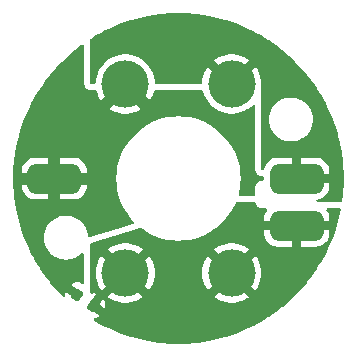
<source format=gbr>
%TF.GenerationSoftware,KiCad,Pcbnew,(6.0.4)*%
%TF.CreationDate,2022-05-31T22:59:13-07:00*%
%TF.ProjectId,VP_SPEAKER_ADAPTER,56505f53-5045-4414-9b45-525f41444150,rev?*%
%TF.SameCoordinates,Original*%
%TF.FileFunction,Copper,L2,Bot*%
%TF.FilePolarity,Positive*%
%FSLAX46Y46*%
G04 Gerber Fmt 4.6, Leading zero omitted, Abs format (unit mm)*
G04 Created by KiCad (PCBNEW (6.0.4)) date 2022-05-31 22:59:13*
%MOMM*%
%LPD*%
G01*
G04 APERTURE LIST*
G04 Aperture macros list*
%AMRoundRect*
0 Rectangle with rounded corners*
0 $1 Rounding radius*
0 $2 $3 $4 $5 $6 $7 $8 $9 X,Y pos of 4 corners*
0 Add a 4 corners polygon primitive as box body*
4,1,4,$2,$3,$4,$5,$6,$7,$8,$9,$2,$3,0*
0 Add four circle primitives for the rounded corners*
1,1,$1+$1,$2,$3*
1,1,$1+$1,$4,$5*
1,1,$1+$1,$6,$7*
1,1,$1+$1,$8,$9*
0 Add four rect primitives between the rounded corners*
20,1,$1+$1,$2,$3,$4,$5,0*
20,1,$1+$1,$4,$5,$6,$7,0*
20,1,$1+$1,$6,$7,$8,$9,0*
20,1,$1+$1,$8,$9,$2,$3,0*%
G04 Aperture macros list end*
%TA.AperFunction,SMDPad,CuDef*%
%ADD10C,4.000000*%
%TD*%
%TA.AperFunction,SMDPad,CuDef*%
%ADD11RoundRect,0.625000X1.625000X0.625000X-1.625000X0.625000X-1.625000X-0.625000X1.625000X-0.625000X0*%
%TD*%
%TA.AperFunction,SMDPad,CuDef*%
%ADD12RoundRect,0.200000X-0.321564X-0.110552X0.006097X-0.339982X0.321564X0.110552X-0.006097X0.339982X0*%
%TD*%
%TA.AperFunction,ViaPad*%
%ADD13C,0.800000*%
%TD*%
G04 APERTURE END LIST*
D10*
%TO.P,J7,1,Pin_1*%
%TO.N,GND*%
X165500000Y-92000000D03*
%TD*%
%TO.P,J9,1,Pin_1*%
%TO.N,/RIGHT-*%
X174500000Y-108000000D03*
%TD*%
D11*
%TO.P,J10,1,Pin_1*%
%TO.N,/RIGHT+*%
X180000000Y-100000000D03*
%TO.P,J10,2,Pin_2*%
%TO.N,/RIGHT-*%
X180000000Y-104000000D03*
%TD*%
D12*
%TO.P,R2,1*%
%TO.N,GND*%
X161424200Y-109826799D03*
%TO.P,R2,2*%
%TO.N,/RIGHT-*%
X162775800Y-110773201D03*
%TD*%
D10*
%TO.P,J6,1,Pin_1*%
%TO.N,/RIGHT+*%
X174500000Y-92000000D03*
%TD*%
D11*
%TO.P,J12,1,Pin_1*%
%TO.N,GND*%
X159500000Y-100000000D03*
%TD*%
D10*
%TO.P,J8,1,Pin_1*%
%TO.N,/RIGHT-*%
X165500000Y-108000000D03*
%TD*%
D13*
%TO.N,GND*%
X164500000Y-103000000D03*
X159500000Y-93500000D03*
%TD*%
%TA.AperFunction,Conductor*%
%TO.N,GND*%
G36*
X161925312Y-88667402D02*
G01*
X161973441Y-88719596D01*
X161986500Y-88775455D01*
X161986500Y-91874000D01*
X161998234Y-91983149D01*
X162009620Y-92035491D01*
X162044290Y-92139657D01*
X162123308Y-92262612D01*
X162169801Y-92316268D01*
X162173194Y-92319208D01*
X162273450Y-92406081D01*
X162273453Y-92406083D01*
X162280261Y-92411982D01*
X162413210Y-92472698D01*
X162436964Y-92479673D01*
X162477008Y-92491431D01*
X162477012Y-92491432D01*
X162481331Y-92492700D01*
X162485780Y-92493340D01*
X162485786Y-92493341D01*
X162621553Y-92512861D01*
X162621558Y-92512861D01*
X162626000Y-92513500D01*
X162868218Y-92513500D01*
X162871073Y-92513238D01*
X162871081Y-92513238D01*
X162927852Y-92508035D01*
X162997514Y-92521737D01*
X163048710Y-92570925D01*
X163063119Y-92609897D01*
X163065249Y-92621062D01*
X163067213Y-92628711D01*
X163162284Y-92921309D01*
X163165199Y-92928672D01*
X163296189Y-93207041D01*
X163300001Y-93213974D01*
X163394187Y-93362388D01*
X163404793Y-93371685D01*
X163414066Y-93367514D01*
X165410905Y-91370675D01*
X165473217Y-91336649D01*
X165544032Y-91341714D01*
X165589095Y-91370675D01*
X167583293Y-93364873D01*
X167595673Y-93371633D01*
X167603813Y-93365540D01*
X167699999Y-93213974D01*
X167703811Y-93207041D01*
X167834801Y-92928672D01*
X167837716Y-92921309D01*
X167932783Y-92628723D01*
X167934752Y-92621054D01*
X167937425Y-92607040D01*
X167969836Y-92543873D01*
X168031252Y-92508256D01*
X168079126Y-92505930D01*
X168127323Y-92512860D01*
X168127338Y-92512861D01*
X168131782Y-92513500D01*
X171868719Y-92513500D01*
X171871574Y-92513238D01*
X171871582Y-92513238D01*
X171927361Y-92508126D01*
X171997023Y-92521828D01*
X172048219Y-92571017D01*
X172062628Y-92609990D01*
X172065505Y-92625072D01*
X172163044Y-92925266D01*
X172164731Y-92928852D01*
X172164733Y-92928856D01*
X172295750Y-93207283D01*
X172295754Y-93207290D01*
X172297438Y-93210869D01*
X172466568Y-93477375D01*
X172667767Y-93720582D01*
X172670657Y-93723296D01*
X172670658Y-93723297D01*
X172706999Y-93757423D01*
X172897860Y-93936654D01*
X173153221Y-94122184D01*
X173156690Y-94124091D01*
X173156693Y-94124093D01*
X173426352Y-94272340D01*
X173429821Y-94274247D01*
X173433490Y-94275700D01*
X173433495Y-94275702D01*
X173525656Y-94312191D01*
X173723298Y-94390443D01*
X174029025Y-94468940D01*
X174342179Y-94508500D01*
X174657821Y-94508500D01*
X174970975Y-94468940D01*
X175276702Y-94390443D01*
X175474344Y-94312191D01*
X175566505Y-94275702D01*
X175566510Y-94275700D01*
X175570179Y-94274247D01*
X175573648Y-94272340D01*
X175843307Y-94124093D01*
X175843310Y-94124091D01*
X175846779Y-94122184D01*
X176102140Y-93936654D01*
X176105027Y-93933943D01*
X176274247Y-93775035D01*
X176337597Y-93742984D01*
X176408219Y-93750271D01*
X176463690Y-93794582D01*
X176486500Y-93866885D01*
X176486500Y-99193796D01*
X176486509Y-99194274D01*
X176486509Y-99194321D01*
X176486802Y-99210586D01*
X176486832Y-99212249D01*
X176487157Y-99221287D01*
X176488147Y-99239661D01*
X176489225Y-99244607D01*
X176489225Y-99244608D01*
X176494987Y-99271045D01*
X176519269Y-99382466D01*
X176520840Y-99386673D01*
X176520842Y-99386680D01*
X176542531Y-99444762D01*
X176544105Y-99448977D01*
X176614207Y-99577239D01*
X176717597Y-99680547D01*
X176774450Y-99723071D01*
X176778389Y-99725220D01*
X176778394Y-99725223D01*
X176890327Y-99786284D01*
X176902753Y-99793063D01*
X177005563Y-99815386D01*
X177041184Y-99823120D01*
X177041186Y-99823120D01*
X177045583Y-99824075D01*
X177050070Y-99824394D01*
X177050076Y-99824395D01*
X177087102Y-99827028D01*
X177116401Y-99829112D01*
X177116519Y-99829104D01*
X177183581Y-99848768D01*
X177230094Y-99902406D01*
X177241500Y-99954791D01*
X177241500Y-100047938D01*
X177221498Y-100116059D01*
X177167842Y-100162552D01*
X177115500Y-100173938D01*
X177070852Y-100173938D01*
X177036028Y-100178945D01*
X177005034Y-100183401D01*
X177005030Y-100183402D01*
X177000578Y-100184042D01*
X176996266Y-100185308D01*
X176996262Y-100185309D01*
X176871515Y-100221939D01*
X176860343Y-100225219D01*
X176852764Y-100230089D01*
X176852761Y-100230091D01*
X176796379Y-100266326D01*
X176737388Y-100304237D01*
X176683732Y-100350730D01*
X176680792Y-100354123D01*
X176593919Y-100454379D01*
X176593917Y-100454382D01*
X176588018Y-100461190D01*
X176527302Y-100594139D01*
X176507300Y-100662260D01*
X176506660Y-100666709D01*
X176506659Y-100666715D01*
X176487139Y-100802482D01*
X176486500Y-100806929D01*
X176486500Y-101360500D01*
X176466498Y-101428621D01*
X176412842Y-101475114D01*
X176360500Y-101486500D01*
X175213617Y-101486500D01*
X175145496Y-101466498D01*
X175099003Y-101412842D01*
X175088899Y-101342568D01*
X175090604Y-101333229D01*
X175127665Y-101166059D01*
X175183545Y-100913999D01*
X175190097Y-100864236D01*
X175216687Y-100662260D01*
X175243481Y-100458745D01*
X175263510Y-100000000D01*
X175243481Y-99541255D01*
X175183545Y-99086001D01*
X175084160Y-98637703D01*
X175041462Y-98502282D01*
X174946911Y-98202402D01*
X174946908Y-98202394D01*
X174946082Y-98199774D01*
X174770360Y-97775545D01*
X174558333Y-97368245D01*
X174311615Y-96980975D01*
X174032083Y-96616681D01*
X173721864Y-96278136D01*
X173383319Y-95967917D01*
X173381157Y-95966258D01*
X173381151Y-95966253D01*
X173153987Y-95791945D01*
X173019025Y-95688385D01*
X172631755Y-95441667D01*
X172224455Y-95229640D01*
X171800226Y-95053918D01*
X171797606Y-95053092D01*
X171797598Y-95053089D01*
X171364927Y-94916669D01*
X171364922Y-94916668D01*
X171362297Y-94915840D01*
X170913999Y-94816455D01*
X170911279Y-94816097D01*
X170911274Y-94816096D01*
X170722854Y-94791290D01*
X170458745Y-94756519D01*
X170000000Y-94736490D01*
X169541255Y-94756519D01*
X169277146Y-94791290D01*
X169088726Y-94816096D01*
X169088721Y-94816097D01*
X169086001Y-94816455D01*
X168637703Y-94915840D01*
X168635078Y-94916668D01*
X168635073Y-94916669D01*
X168202402Y-95053089D01*
X168202394Y-95053092D01*
X168199774Y-95053918D01*
X167775545Y-95229640D01*
X167368245Y-95441667D01*
X166980975Y-95688385D01*
X166846013Y-95791945D01*
X166618849Y-95966253D01*
X166618843Y-95966258D01*
X166616681Y-95967917D01*
X166278136Y-96278136D01*
X165967917Y-96616681D01*
X165688385Y-96980975D01*
X165441667Y-97368245D01*
X165229640Y-97775545D01*
X165053918Y-98199774D01*
X165053092Y-98202394D01*
X165053089Y-98202402D01*
X164958538Y-98502282D01*
X164915840Y-98637703D01*
X164816455Y-99086001D01*
X164756519Y-99541255D01*
X164742307Y-99866771D01*
X164736490Y-100000000D01*
X164756519Y-100458745D01*
X164783313Y-100662260D01*
X164809904Y-100864236D01*
X164816455Y-100913999D01*
X164915840Y-101362297D01*
X164916668Y-101364922D01*
X164916669Y-101364927D01*
X165048484Y-101782990D01*
X165053918Y-101800226D01*
X165173435Y-102088765D01*
X165227436Y-102219133D01*
X165229640Y-102224455D01*
X165441667Y-102631755D01*
X165688385Y-103019025D01*
X165820424Y-103191102D01*
X165911466Y-103309750D01*
X165967917Y-103383319D01*
X165969768Y-103385339D01*
X166208603Y-103645982D01*
X166239878Y-103709719D01*
X166231729Y-103780246D01*
X166186743Y-103835172D01*
X166152392Y-103851647D01*
X164816345Y-104258270D01*
X162498873Y-104963587D01*
X162427882Y-104964286D01*
X162367781Y-104926492D01*
X162337654Y-104862204D01*
X162336759Y-104855013D01*
X162321376Y-104693783D01*
X162320942Y-104689231D01*
X162275609Y-104503967D01*
X162257922Y-104431688D01*
X162256836Y-104427250D01*
X162155582Y-104177267D01*
X162019302Y-103944518D01*
X161901495Y-103797208D01*
X161853703Y-103737447D01*
X161853702Y-103737445D01*
X161850851Y-103733881D01*
X161653758Y-103549766D01*
X161432151Y-103396032D01*
X161428068Y-103394001D01*
X161428065Y-103393999D01*
X161263173Y-103311967D01*
X161190673Y-103275899D01*
X161186339Y-103274478D01*
X161186336Y-103274477D01*
X160938714Y-103193302D01*
X160938708Y-103193301D01*
X160934381Y-103191882D01*
X160929889Y-103191102D01*
X160672427Y-103146399D01*
X160672419Y-103146398D01*
X160668646Y-103145743D01*
X160657384Y-103145182D01*
X160584989Y-103141578D01*
X160584981Y-103141578D01*
X160583418Y-103141500D01*
X160415055Y-103141500D01*
X160412787Y-103141665D01*
X160412775Y-103141665D01*
X160281683Y-103151177D01*
X160214563Y-103156047D01*
X160210108Y-103157031D01*
X160210105Y-103157031D01*
X159955655Y-103213209D01*
X159955651Y-103213210D01*
X159951195Y-103214194D01*
X159825087Y-103261972D01*
X159703249Y-103308132D01*
X159703246Y-103308133D01*
X159698979Y-103309750D01*
X159463199Y-103440714D01*
X159248794Y-103604343D01*
X159245601Y-103607609D01*
X159245599Y-103607611D01*
X159229146Y-103624442D01*
X159060255Y-103797208D01*
X158901533Y-104015270D01*
X158899411Y-104019304D01*
X158778077Y-104249921D01*
X158778074Y-104249927D01*
X158775952Y-104253961D01*
X158774432Y-104258266D01*
X158774430Y-104258270D01*
X158710393Y-104439606D01*
X158686142Y-104508280D01*
X158633986Y-104772900D01*
X158633759Y-104777453D01*
X158633759Y-104777456D01*
X158621827Y-105017156D01*
X158620576Y-105042277D01*
X158646192Y-105310769D01*
X158710298Y-105572750D01*
X158811552Y-105822733D01*
X158947832Y-106055482D01*
X159116283Y-106266119D01*
X159313376Y-106450234D01*
X159534983Y-106603968D01*
X159539066Y-106605999D01*
X159539069Y-106606001D01*
X159654580Y-106663466D01*
X159776461Y-106724101D01*
X159780795Y-106725522D01*
X159780798Y-106725523D01*
X160028420Y-106806698D01*
X160028426Y-106806699D01*
X160032753Y-106808118D01*
X160037244Y-106808898D01*
X160037245Y-106808898D01*
X160294707Y-106853601D01*
X160294715Y-106853602D01*
X160298488Y-106854257D01*
X160302325Y-106854448D01*
X160382145Y-106858422D01*
X160382153Y-106858422D01*
X160383716Y-106858500D01*
X160552079Y-106858500D01*
X160554347Y-106858335D01*
X160554359Y-106858335D01*
X160685451Y-106848823D01*
X160752571Y-106843953D01*
X160757026Y-106842969D01*
X160757029Y-106842969D01*
X161011479Y-106786791D01*
X161011483Y-106786790D01*
X161015939Y-106785806D01*
X161142047Y-106738028D01*
X161263885Y-106691868D01*
X161263888Y-106691867D01*
X161268155Y-106690250D01*
X161503935Y-106559286D01*
X161718340Y-106395657D01*
X161770402Y-106342400D01*
X161832322Y-106307672D01*
X161903190Y-106311933D01*
X161960505Y-106353832D01*
X161986069Y-106420067D01*
X161986500Y-106430481D01*
X161986500Y-108778463D01*
X161966498Y-108846584D01*
X161912842Y-108893077D01*
X161842568Y-108903181D01*
X161788230Y-108881677D01*
X161780195Y-108876051D01*
X161775332Y-108872968D01*
X161719669Y-108841152D01*
X161707487Y-108835811D01*
X161557758Y-108788313D01*
X161542945Y-108785514D01*
X161387116Y-108775165D01*
X161372051Y-108775980D01*
X161218257Y-108803098D01*
X161203822Y-108807483D01*
X161060933Y-108870505D01*
X161047966Y-108878204D01*
X160924351Y-108973401D01*
X160920556Y-108981973D01*
X160928481Y-108991383D01*
X161878078Y-109656299D01*
X161922406Y-109711756D01*
X161929715Y-109782375D01*
X161909020Y-109831783D01*
X161594700Y-110280677D01*
X161539243Y-110325005D01*
X161468623Y-110332314D01*
X161419216Y-110311619D01*
X160470968Y-109647649D01*
X160456601Y-109642803D01*
X160451732Y-109647732D01*
X160451630Y-109647966D01*
X160404132Y-109797696D01*
X160401333Y-109812509D01*
X160396579Y-109884085D01*
X160372107Y-109950731D01*
X160315488Y-109993565D01*
X160244699Y-109998990D01*
X160184124Y-109967132D01*
X160108909Y-109895756D01*
X160104244Y-109891092D01*
X159983760Y-109764128D01*
X159604551Y-109364524D01*
X159600140Y-109359625D01*
X159161962Y-108846584D01*
X159128712Y-108807654D01*
X159124563Y-108802531D01*
X159113653Y-108788313D01*
X158682633Y-108226596D01*
X158678765Y-108221271D01*
X158267614Y-107623042D01*
X158264021Y-107617510D01*
X158028269Y-107232798D01*
X157884714Y-106998537D01*
X157881440Y-106992866D01*
X157644520Y-106556514D01*
X157535057Y-106354908D01*
X157532062Y-106349030D01*
X157219550Y-105693835D01*
X157216867Y-105687809D01*
X156939073Y-105017156D01*
X156936709Y-105010998D01*
X156760275Y-104512762D01*
X156694390Y-104326708D01*
X156692353Y-104320438D01*
X156671465Y-104249921D01*
X156486184Y-103624425D01*
X156484481Y-103618070D01*
X156481186Y-103604343D01*
X156315014Y-102912187D01*
X156313645Y-102905744D01*
X156237165Y-102493091D01*
X156181359Y-102191988D01*
X156180328Y-102185481D01*
X156166442Y-102080002D01*
X156085579Y-101465791D01*
X156084889Y-101459231D01*
X156046006Y-100965179D01*
X156027932Y-100735526D01*
X156027588Y-100728955D01*
X156027187Y-100713613D01*
X156027087Y-100709807D01*
X156742001Y-100709807D01*
X156742121Y-100713701D01*
X156744790Y-100756893D01*
X156746126Y-100766472D01*
X156790048Y-100967073D01*
X156793695Y-100978432D01*
X156874306Y-101166059D01*
X156880041Y-101176533D01*
X156994669Y-101345522D01*
X157002282Y-101354724D01*
X157146802Y-101498992D01*
X157156015Y-101506587D01*
X157325206Y-101620922D01*
X157335690Y-101626638D01*
X157523450Y-101706918D01*
X157534821Y-101710547D01*
X157735480Y-101754115D01*
X157745100Y-101755437D01*
X157786387Y-101757890D01*
X157790102Y-101758000D01*
X158973885Y-101758000D01*
X158989124Y-101753525D01*
X158990329Y-101752135D01*
X158992000Y-101744452D01*
X158992000Y-101739884D01*
X160008000Y-101739884D01*
X160012475Y-101755123D01*
X160013865Y-101756328D01*
X160021548Y-101757999D01*
X161209807Y-101757999D01*
X161213701Y-101757879D01*
X161256893Y-101755210D01*
X161266472Y-101753874D01*
X161467073Y-101709952D01*
X161478432Y-101706305D01*
X161666059Y-101625694D01*
X161676533Y-101619959D01*
X161845522Y-101505331D01*
X161854724Y-101497718D01*
X161998992Y-101353198D01*
X162006587Y-101343985D01*
X162120922Y-101174794D01*
X162126638Y-101164310D01*
X162206918Y-100976550D01*
X162210547Y-100965179D01*
X162254115Y-100764520D01*
X162255437Y-100754900D01*
X162257890Y-100713613D01*
X162258000Y-100709898D01*
X162258000Y-100526115D01*
X162253525Y-100510876D01*
X162252135Y-100509671D01*
X162244452Y-100508000D01*
X160026115Y-100508000D01*
X160010876Y-100512475D01*
X160009671Y-100513865D01*
X160008000Y-100521548D01*
X160008000Y-101739884D01*
X158992000Y-101739884D01*
X158992000Y-100526115D01*
X158987525Y-100510876D01*
X158986135Y-100509671D01*
X158978452Y-100508000D01*
X156760116Y-100508000D01*
X156744877Y-100512475D01*
X156743672Y-100513865D01*
X156742001Y-100521548D01*
X156742001Y-100709807D01*
X156027087Y-100709807D01*
X156008586Y-100003284D01*
X156008586Y-99996702D01*
X156022277Y-99473885D01*
X156742000Y-99473885D01*
X156746475Y-99489124D01*
X156747865Y-99490329D01*
X156755548Y-99492000D01*
X158973885Y-99492000D01*
X158989124Y-99487525D01*
X158990329Y-99486135D01*
X158992000Y-99478452D01*
X158992000Y-99473885D01*
X160008000Y-99473885D01*
X160012475Y-99489124D01*
X160013865Y-99490329D01*
X160021548Y-99492000D01*
X162239884Y-99492000D01*
X162255123Y-99487525D01*
X162256328Y-99486135D01*
X162257999Y-99478452D01*
X162257999Y-99290194D01*
X162257879Y-99286299D01*
X162255210Y-99243107D01*
X162253874Y-99233528D01*
X162209952Y-99032927D01*
X162206305Y-99021568D01*
X162125694Y-98833941D01*
X162119959Y-98823467D01*
X162005331Y-98654478D01*
X161997718Y-98645276D01*
X161853198Y-98501008D01*
X161843985Y-98493413D01*
X161674794Y-98379078D01*
X161664310Y-98373362D01*
X161476550Y-98293082D01*
X161465179Y-98289453D01*
X161264520Y-98245885D01*
X161254900Y-98244563D01*
X161213613Y-98242110D01*
X161209898Y-98242000D01*
X160026115Y-98242000D01*
X160010876Y-98246475D01*
X160009671Y-98247865D01*
X160008000Y-98255548D01*
X160008000Y-99473885D01*
X158992000Y-99473885D01*
X158992000Y-98260116D01*
X158987525Y-98244877D01*
X158986135Y-98243672D01*
X158978452Y-98242001D01*
X157790194Y-98242001D01*
X157786299Y-98242121D01*
X157743107Y-98244790D01*
X157733528Y-98246126D01*
X157532927Y-98290048D01*
X157521568Y-98293695D01*
X157333941Y-98374306D01*
X157323467Y-98380041D01*
X157154478Y-98494669D01*
X157145276Y-98502282D01*
X157001008Y-98646802D01*
X156993413Y-98656015D01*
X156879078Y-98825206D01*
X156873362Y-98835690D01*
X156793082Y-99023450D01*
X156789453Y-99034821D01*
X156745885Y-99235480D01*
X156744563Y-99245100D01*
X156742110Y-99286387D01*
X156742000Y-99290102D01*
X156742000Y-99473885D01*
X156022277Y-99473885D01*
X156027589Y-99271027D01*
X156027933Y-99264457D01*
X156029457Y-99245100D01*
X156084889Y-98540769D01*
X156085579Y-98534209D01*
X156180328Y-97814519D01*
X156181360Y-97808003D01*
X156276186Y-97296366D01*
X156313647Y-97094246D01*
X156315016Y-97087804D01*
X156340107Y-96983292D01*
X156484485Y-96381913D01*
X156486189Y-96375558D01*
X156514449Y-96280156D01*
X156692354Y-95679558D01*
X156694391Y-95673288D01*
X156936709Y-94989002D01*
X156939073Y-94982844D01*
X157216867Y-94312191D01*
X157219550Y-94306165D01*
X157319248Y-94097144D01*
X164126773Y-94097144D01*
X164135602Y-94108765D01*
X164150287Y-94119434D01*
X164156957Y-94123668D01*
X164426572Y-94271890D01*
X164433707Y-94275247D01*
X164719770Y-94388508D01*
X164727296Y-94390953D01*
X165025279Y-94467462D01*
X165033050Y-94468945D01*
X165338278Y-94507503D01*
X165346169Y-94508000D01*
X165653831Y-94508000D01*
X165661722Y-94507503D01*
X165966950Y-94468945D01*
X165974721Y-94467462D01*
X166272704Y-94390953D01*
X166280230Y-94388508D01*
X166566293Y-94275247D01*
X166573428Y-94271890D01*
X166843043Y-94123668D01*
X166849713Y-94119434D01*
X166864771Y-94108494D01*
X166873194Y-94097570D01*
X166866290Y-94084710D01*
X165512812Y-92731232D01*
X165498868Y-92723618D01*
X165497035Y-92723749D01*
X165490420Y-92728000D01*
X164133386Y-94085034D01*
X164126773Y-94097144D01*
X157319248Y-94097144D01*
X157532062Y-93650970D01*
X157535057Y-93645092D01*
X157696386Y-93347961D01*
X157881440Y-93007134D01*
X157884714Y-93001463D01*
X158249564Y-92406081D01*
X158264021Y-92382490D01*
X158267614Y-92376958D01*
X158487354Y-92057234D01*
X158678774Y-91778717D01*
X158682642Y-91773392D01*
X158701007Y-91749459D01*
X159124565Y-91197466D01*
X159128715Y-91192343D01*
X159447706Y-90818853D01*
X159600143Y-90640372D01*
X159604554Y-90635472D01*
X159834237Y-90393437D01*
X160104247Y-90108905D01*
X160108908Y-90104244D01*
X160114548Y-90098892D01*
X160635476Y-89604551D01*
X160640375Y-89600140D01*
X161192343Y-89128715D01*
X161197469Y-89124563D01*
X161725233Y-88719596D01*
X161773404Y-88682633D01*
X161778722Y-88678771D01*
X161789136Y-88671613D01*
X161856606Y-88649515D01*
X161925312Y-88667402D01*
G37*
%TD.AperFunction*%
%TD*%
%TA.AperFunction,Conductor*%
%TO.N,/RIGHT-*%
G36*
X176475070Y-102020002D02*
G01*
X176521563Y-102073658D01*
X176526501Y-102086210D01*
X176530175Y-102097247D01*
X176544290Y-102139657D01*
X176623308Y-102262612D01*
X176669801Y-102316268D01*
X176673194Y-102319208D01*
X176773450Y-102406081D01*
X176773453Y-102406083D01*
X176780261Y-102411982D01*
X176913210Y-102472698D01*
X176936964Y-102479673D01*
X176977008Y-102491431D01*
X176977012Y-102491432D01*
X176981331Y-102492700D01*
X176985780Y-102493340D01*
X176985786Y-102493341D01*
X177121553Y-102512861D01*
X177121558Y-102512861D01*
X177126000Y-102513500D01*
X177352501Y-102513500D01*
X177420622Y-102533502D01*
X177467115Y-102587158D01*
X177477219Y-102657432D01*
X177456898Y-102710049D01*
X177379078Y-102825206D01*
X177373362Y-102835690D01*
X177293082Y-103023450D01*
X177289453Y-103034821D01*
X177245885Y-103235480D01*
X177244563Y-103245100D01*
X177242110Y-103286387D01*
X177242000Y-103290102D01*
X177242000Y-103600885D01*
X177246475Y-103616124D01*
X177247865Y-103617329D01*
X177255548Y-103619000D01*
X182739884Y-103619000D01*
X182755123Y-103614525D01*
X182756328Y-103613135D01*
X182757999Y-103605452D01*
X182757999Y-103290194D01*
X182757879Y-103286299D01*
X182755210Y-103243107D01*
X182753874Y-103233528D01*
X182709952Y-103032927D01*
X182706305Y-103021568D01*
X182625694Y-102833941D01*
X182619959Y-102823467D01*
X182543149Y-102710231D01*
X182521462Y-102642628D01*
X182539767Y-102574032D01*
X182592252Y-102526221D01*
X182647423Y-102513500D01*
X183607554Y-102513500D01*
X183675675Y-102533502D01*
X183722168Y-102587158D01*
X183731444Y-102662461D01*
X183701282Y-102825206D01*
X183686355Y-102905744D01*
X183684988Y-102912179D01*
X183515519Y-103618070D01*
X183513816Y-103624425D01*
X183310755Y-104309946D01*
X183307647Y-104320438D01*
X183305609Y-104326712D01*
X183063291Y-105010998D01*
X183060927Y-105017156D01*
X182783133Y-105687809D01*
X182780450Y-105693835D01*
X182467938Y-106349030D01*
X182464943Y-106354908D01*
X182375786Y-106519115D01*
X182118560Y-106992866D01*
X182115286Y-106998537D01*
X181839625Y-107448375D01*
X181735979Y-107617510D01*
X181732386Y-107623042D01*
X181471272Y-108002966D01*
X181321235Y-108221271D01*
X181317367Y-108226596D01*
X180875437Y-108802531D01*
X180871285Y-108807657D01*
X180399860Y-109359625D01*
X180395449Y-109364524D01*
X179998422Y-109782904D01*
X179895756Y-109891092D01*
X179891095Y-109895753D01*
X179369263Y-110390953D01*
X179364528Y-110395446D01*
X179359628Y-110399857D01*
X179088220Y-110631662D01*
X178807657Y-110871285D01*
X178802534Y-110875435D01*
X178226596Y-111317367D01*
X178221283Y-111321226D01*
X177824318Y-111594053D01*
X177623042Y-111732386D01*
X177617510Y-111735979D01*
X176998537Y-112115286D01*
X176992866Y-112118560D01*
X176689505Y-112283272D01*
X176354908Y-112464943D01*
X176349030Y-112467938D01*
X175693835Y-112780450D01*
X175687809Y-112783133D01*
X175017156Y-113060927D01*
X175010998Y-113063291D01*
X174326712Y-113305609D01*
X174320442Y-113307646D01*
X173624425Y-113513816D01*
X173618087Y-113515515D01*
X172912187Y-113684986D01*
X172905754Y-113686353D01*
X172191988Y-113818641D01*
X172185490Y-113819671D01*
X171586778Y-113898493D01*
X171465791Y-113914421D01*
X171459231Y-113915111D01*
X171371580Y-113922009D01*
X170735526Y-113972068D01*
X170728973Y-113972411D01*
X170003284Y-113991414D01*
X169996716Y-113991414D01*
X169271027Y-113972411D01*
X169264474Y-113972068D01*
X168628420Y-113922009D01*
X168540769Y-113915111D01*
X168534209Y-113914421D01*
X168413222Y-113898493D01*
X167814510Y-113819671D01*
X167808012Y-113818641D01*
X167094246Y-113686353D01*
X167087813Y-113684986D01*
X166381913Y-113515515D01*
X166375575Y-113513816D01*
X165679558Y-113307646D01*
X165673288Y-113305609D01*
X164989002Y-113063291D01*
X164982844Y-113060927D01*
X164312191Y-112783133D01*
X164306165Y-112780450D01*
X163650970Y-112467938D01*
X163645092Y-112464943D01*
X163310495Y-112283272D01*
X163007134Y-112118560D01*
X163001442Y-112115273D01*
X162877158Y-112039111D01*
X162829527Y-111986464D01*
X162817920Y-111916422D01*
X162846023Y-111851225D01*
X162904914Y-111811571D01*
X162921113Y-111807593D01*
X162981744Y-111796902D01*
X162996178Y-111792517D01*
X163139067Y-111729495D01*
X163152034Y-111721796D01*
X163276489Y-111625951D01*
X163285715Y-111617142D01*
X163291772Y-111603466D01*
X163283844Y-111594053D01*
X162869369Y-111303833D01*
X162869360Y-111303828D01*
X162500000Y-111045199D01*
X162500000Y-110679847D01*
X163311745Y-110679847D01*
X163312194Y-110681634D01*
X163317524Y-110687405D01*
X163719564Y-110968916D01*
X163733929Y-110973761D01*
X163742577Y-110965006D01*
X163743028Y-110964218D01*
X163748370Y-110952034D01*
X163795868Y-110802304D01*
X163798667Y-110787491D01*
X163809016Y-110631662D01*
X163808201Y-110616598D01*
X163781082Y-110462800D01*
X163776698Y-110448371D01*
X163713678Y-110305484D01*
X163705974Y-110292509D01*
X163649735Y-110219481D01*
X163638334Y-110211187D01*
X163631903Y-110214813D01*
X163316821Y-110664798D01*
X163311745Y-110679847D01*
X162500000Y-110679847D01*
X162500000Y-110502831D01*
X162836985Y-110021566D01*
X164022747Y-110021566D01*
X164031576Y-110033186D01*
X164150280Y-110119430D01*
X164156961Y-110123670D01*
X164426572Y-110271890D01*
X164433707Y-110275247D01*
X164719770Y-110388508D01*
X164727296Y-110390953D01*
X165025279Y-110467462D01*
X165033050Y-110468945D01*
X165338278Y-110507503D01*
X165346169Y-110508000D01*
X165653831Y-110508000D01*
X165661722Y-110507503D01*
X165966950Y-110468945D01*
X165974721Y-110467462D01*
X166272704Y-110390953D01*
X166280230Y-110388508D01*
X166566293Y-110275247D01*
X166573428Y-110271890D01*
X166843039Y-110123670D01*
X166849720Y-110119430D01*
X166968797Y-110032916D01*
X166977220Y-110021993D01*
X166976991Y-110021566D01*
X173022747Y-110021566D01*
X173031576Y-110033186D01*
X173150280Y-110119430D01*
X173156961Y-110123670D01*
X173426572Y-110271890D01*
X173433707Y-110275247D01*
X173719770Y-110388508D01*
X173727296Y-110390953D01*
X174025279Y-110467462D01*
X174033050Y-110468945D01*
X174338278Y-110507503D01*
X174346169Y-110508000D01*
X174653831Y-110508000D01*
X174661722Y-110507503D01*
X174966950Y-110468945D01*
X174974721Y-110467462D01*
X175272704Y-110390953D01*
X175280230Y-110388508D01*
X175566293Y-110275247D01*
X175573428Y-110271890D01*
X175843039Y-110123670D01*
X175849720Y-110119430D01*
X175968797Y-110032916D01*
X175977220Y-110021993D01*
X175970316Y-110009132D01*
X174512810Y-108551625D01*
X174498869Y-108544013D01*
X174497034Y-108544144D01*
X174490420Y-108548395D01*
X173029360Y-110009456D01*
X173022747Y-110021566D01*
X166976991Y-110021566D01*
X166970316Y-110009132D01*
X165512810Y-108551625D01*
X165498869Y-108544013D01*
X165497034Y-108544144D01*
X165490420Y-108548395D01*
X164029360Y-110009456D01*
X164022747Y-110021566D01*
X162836985Y-110021566D01*
X163004098Y-109782904D01*
X163008605Y-109769542D01*
X163003223Y-109764491D01*
X162909358Y-109734715D01*
X162894545Y-109731916D01*
X162738716Y-109721567D01*
X162723653Y-109722382D01*
X162647880Y-109735743D01*
X162577320Y-109727874D01*
X162522217Y-109683106D01*
X162500000Y-109611657D01*
X162500000Y-108003958D01*
X162987290Y-108003958D01*
X163006607Y-108310994D01*
X163007600Y-108318855D01*
X163065246Y-108621046D01*
X163067217Y-108628723D01*
X163162284Y-108921309D01*
X163165199Y-108928672D01*
X163296189Y-109207041D01*
X163300001Y-109213974D01*
X163464727Y-109473540D01*
X163475701Y-109480952D01*
X163486439Y-109474745D01*
X164948375Y-108012810D01*
X164954752Y-108001131D01*
X166044013Y-108001131D01*
X166044144Y-108002966D01*
X166048395Y-108009580D01*
X167512459Y-109473643D01*
X167525721Y-109480885D01*
X167534483Y-109474652D01*
X167535151Y-109473733D01*
X167699999Y-109213974D01*
X167703811Y-109207041D01*
X167834801Y-108928672D01*
X167837716Y-108921309D01*
X167932783Y-108628723D01*
X167934754Y-108621046D01*
X167992400Y-108318855D01*
X167993393Y-108310994D01*
X168012710Y-108003958D01*
X171987290Y-108003958D01*
X172006607Y-108310994D01*
X172007600Y-108318855D01*
X172065246Y-108621046D01*
X172067217Y-108628723D01*
X172162284Y-108921309D01*
X172165199Y-108928672D01*
X172296189Y-109207041D01*
X172300001Y-109213974D01*
X172464727Y-109473540D01*
X172475701Y-109480952D01*
X172486439Y-109474745D01*
X173948375Y-108012810D01*
X173954752Y-108001131D01*
X175044013Y-108001131D01*
X175044144Y-108002966D01*
X175048395Y-108009580D01*
X176512459Y-109473643D01*
X176525721Y-109480885D01*
X176534483Y-109474652D01*
X176535151Y-109473733D01*
X176699999Y-109213974D01*
X176703811Y-109207041D01*
X176834801Y-108928672D01*
X176837716Y-108921309D01*
X176932783Y-108628723D01*
X176934754Y-108621046D01*
X176992400Y-108318855D01*
X176993393Y-108310994D01*
X177012710Y-108003958D01*
X177012710Y-107996042D01*
X176993393Y-107689006D01*
X176992400Y-107681145D01*
X176934754Y-107378954D01*
X176932783Y-107371277D01*
X176837716Y-107078691D01*
X176834801Y-107071328D01*
X176703811Y-106792959D01*
X176699999Y-106786026D01*
X176535273Y-106526460D01*
X176524299Y-106519048D01*
X176513561Y-106525255D01*
X175051625Y-107987190D01*
X175044013Y-108001131D01*
X173954752Y-108001131D01*
X173955987Y-107998869D01*
X173955856Y-107997034D01*
X173951605Y-107990420D01*
X172487541Y-106526357D01*
X172474279Y-106519115D01*
X172465517Y-106525348D01*
X172464849Y-106526267D01*
X172300001Y-106786026D01*
X172296189Y-106792959D01*
X172165199Y-107071328D01*
X172162284Y-107078691D01*
X172067217Y-107371277D01*
X172065246Y-107378954D01*
X172007600Y-107681145D01*
X172006607Y-107689006D01*
X171987290Y-107996042D01*
X171987290Y-108003958D01*
X168012710Y-108003958D01*
X168012710Y-107996042D01*
X167993393Y-107689006D01*
X167992400Y-107681145D01*
X167934754Y-107378954D01*
X167932783Y-107371277D01*
X167837716Y-107078691D01*
X167834801Y-107071328D01*
X167703811Y-106792959D01*
X167699999Y-106786026D01*
X167535273Y-106526460D01*
X167524299Y-106519048D01*
X167513561Y-106525255D01*
X166051625Y-107987190D01*
X166044013Y-108001131D01*
X164954752Y-108001131D01*
X164955987Y-107998869D01*
X164955856Y-107997034D01*
X164951605Y-107990420D01*
X163487541Y-106526357D01*
X163474279Y-106519115D01*
X163465517Y-106525348D01*
X163464849Y-106526267D01*
X163300001Y-106786026D01*
X163296189Y-106792959D01*
X163165199Y-107071328D01*
X163162284Y-107078691D01*
X163067217Y-107371277D01*
X163065246Y-107378954D01*
X163007600Y-107681145D01*
X163006607Y-107689006D01*
X162987290Y-107996042D01*
X162987290Y-108003958D01*
X162500000Y-108003958D01*
X162500000Y-105978007D01*
X164022780Y-105978007D01*
X164029684Y-105990868D01*
X165487190Y-107448375D01*
X165501131Y-107455987D01*
X165502966Y-107455856D01*
X165509580Y-107451605D01*
X166970640Y-105990544D01*
X166977253Y-105978434D01*
X166976929Y-105978007D01*
X173022780Y-105978007D01*
X173029684Y-105990868D01*
X174487190Y-107448375D01*
X174501131Y-107455987D01*
X174502966Y-107455856D01*
X174509580Y-107451605D01*
X175970640Y-105990544D01*
X175977253Y-105978434D01*
X175968424Y-105966814D01*
X175849720Y-105880570D01*
X175843039Y-105876330D01*
X175573428Y-105728110D01*
X175566293Y-105724753D01*
X175280230Y-105611492D01*
X175272704Y-105609047D01*
X174974721Y-105532538D01*
X174966950Y-105531055D01*
X174661722Y-105492497D01*
X174653831Y-105492000D01*
X174346169Y-105492000D01*
X174338278Y-105492497D01*
X174033050Y-105531055D01*
X174025279Y-105532538D01*
X173727296Y-105609047D01*
X173719770Y-105611492D01*
X173433707Y-105724753D01*
X173426572Y-105728110D01*
X173156961Y-105876330D01*
X173150280Y-105880570D01*
X173031203Y-105967084D01*
X173022780Y-105978007D01*
X166976929Y-105978007D01*
X166968424Y-105966814D01*
X166849720Y-105880570D01*
X166843039Y-105876330D01*
X166573428Y-105728110D01*
X166566293Y-105724753D01*
X166280230Y-105611492D01*
X166272704Y-105609047D01*
X165974721Y-105532538D01*
X165966950Y-105531055D01*
X165661722Y-105492497D01*
X165653831Y-105492000D01*
X165346169Y-105492000D01*
X165338278Y-105492497D01*
X165033050Y-105531055D01*
X165025279Y-105532538D01*
X164727296Y-105609047D01*
X164719770Y-105611492D01*
X164433707Y-105724753D01*
X164426572Y-105728110D01*
X164156961Y-105876330D01*
X164150280Y-105880570D01*
X164031203Y-105967084D01*
X164022780Y-105978007D01*
X162500000Y-105978007D01*
X162500000Y-105593358D01*
X162520002Y-105525237D01*
X162573658Y-105478744D01*
X162589307Y-105472819D01*
X166755329Y-104204900D01*
X166826322Y-104204201D01*
X166868719Y-104225478D01*
X166980975Y-104311615D01*
X167368245Y-104558333D01*
X167775545Y-104770360D01*
X168199774Y-104946082D01*
X168202394Y-104946908D01*
X168202402Y-104946911D01*
X168635073Y-105083331D01*
X168635078Y-105083332D01*
X168637703Y-105084160D01*
X169086001Y-105183545D01*
X169088721Y-105183903D01*
X169088726Y-105183904D01*
X169258735Y-105206286D01*
X169541255Y-105243481D01*
X170000000Y-105263510D01*
X170458745Y-105243481D01*
X170741265Y-105206286D01*
X170911274Y-105183904D01*
X170911279Y-105183903D01*
X170913999Y-105183545D01*
X171362297Y-105084160D01*
X171364922Y-105083332D01*
X171364927Y-105083331D01*
X171797598Y-104946911D01*
X171797606Y-104946908D01*
X171800226Y-104946082D01*
X172224455Y-104770360D01*
X172340776Y-104709807D01*
X177242001Y-104709807D01*
X177242121Y-104713701D01*
X177244790Y-104756893D01*
X177246126Y-104766472D01*
X177290048Y-104967073D01*
X177293695Y-104978432D01*
X177374306Y-105166059D01*
X177380041Y-105176533D01*
X177494669Y-105345522D01*
X177502282Y-105354724D01*
X177646802Y-105498992D01*
X177656015Y-105506587D01*
X177825206Y-105620922D01*
X177835690Y-105626638D01*
X178023450Y-105706918D01*
X178034821Y-105710547D01*
X178235480Y-105754115D01*
X178245100Y-105755437D01*
X178286387Y-105757890D01*
X178290102Y-105758000D01*
X179600885Y-105758000D01*
X179616124Y-105753525D01*
X179617329Y-105752135D01*
X179619000Y-105744452D01*
X179619000Y-105739884D01*
X180381000Y-105739884D01*
X180385475Y-105755123D01*
X180386865Y-105756328D01*
X180394548Y-105757999D01*
X181709807Y-105757999D01*
X181713701Y-105757879D01*
X181756893Y-105755210D01*
X181766472Y-105753874D01*
X181967073Y-105709952D01*
X181978432Y-105706305D01*
X182166059Y-105625694D01*
X182176533Y-105619959D01*
X182345522Y-105505331D01*
X182354724Y-105497718D01*
X182498992Y-105353198D01*
X182506587Y-105343985D01*
X182620922Y-105174794D01*
X182626638Y-105164310D01*
X182706918Y-104976550D01*
X182710547Y-104965179D01*
X182754115Y-104764520D01*
X182755437Y-104754900D01*
X182757890Y-104713613D01*
X182758000Y-104709898D01*
X182758000Y-104399115D01*
X182753525Y-104383876D01*
X182752135Y-104382671D01*
X182744452Y-104381000D01*
X180399115Y-104381000D01*
X180383876Y-104385475D01*
X180382671Y-104386865D01*
X180381000Y-104394548D01*
X180381000Y-105739884D01*
X179619000Y-105739884D01*
X179619000Y-104399115D01*
X179614525Y-104383876D01*
X179613135Y-104382671D01*
X179605452Y-104381000D01*
X177260116Y-104381000D01*
X177244877Y-104385475D01*
X177243672Y-104386865D01*
X177242001Y-104394548D01*
X177242001Y-104709807D01*
X172340776Y-104709807D01*
X172631755Y-104558333D01*
X173019025Y-104311615D01*
X173329883Y-104073086D01*
X173381151Y-104033747D01*
X173381157Y-104033742D01*
X173383319Y-104032083D01*
X173721864Y-103721864D01*
X174032083Y-103383319D01*
X174311615Y-103019025D01*
X174558333Y-102631755D01*
X174770360Y-102224455D01*
X174772565Y-102219133D01*
X174831114Y-102077782D01*
X174875662Y-102022501D01*
X174947523Y-102000000D01*
X176406949Y-102000000D01*
X176475070Y-102020002D01*
G37*
%TD.AperFunction*%
%TD*%
%TA.AperFunction,Conductor*%
%TO.N,/RIGHT+*%
G36*
X170728973Y-86027589D02*
G01*
X170735526Y-86027932D01*
X171371580Y-86077991D01*
X171459231Y-86084889D01*
X171465793Y-86085579D01*
X172185490Y-86180329D01*
X172191988Y-86181359D01*
X172905754Y-86313647D01*
X172912187Y-86315014D01*
X173618087Y-86484485D01*
X173624425Y-86486184D01*
X174320438Y-86692353D01*
X174326712Y-86694391D01*
X175010998Y-86936709D01*
X175017156Y-86939073D01*
X175687809Y-87216867D01*
X175693835Y-87219550D01*
X176349030Y-87532062D01*
X176354908Y-87535057D01*
X176579056Y-87656759D01*
X176992866Y-87881440D01*
X176998537Y-87884714D01*
X177357976Y-88104978D01*
X177617510Y-88264021D01*
X177623042Y-88267614D01*
X178221283Y-88678774D01*
X178226596Y-88682633D01*
X178759557Y-89091588D01*
X178802531Y-89124563D01*
X178807657Y-89128715D01*
X179359625Y-89600140D01*
X179364524Y-89604551D01*
X179746271Y-89966814D01*
X179891092Y-90104244D01*
X179895753Y-90108905D01*
X180291998Y-90526460D01*
X180395446Y-90635472D01*
X180399857Y-90640372D01*
X180552295Y-90818853D01*
X180871285Y-91192343D01*
X180875435Y-91197466D01*
X181252606Y-91689005D01*
X181317358Y-91773392D01*
X181321226Y-91778717D01*
X181438013Y-91948642D01*
X181732386Y-92376958D01*
X181735979Y-92382490D01*
X182115286Y-93001463D01*
X182118560Y-93007134D01*
X182231863Y-93215812D01*
X182464943Y-93645092D01*
X182467938Y-93650970D01*
X182780450Y-94306165D01*
X182783133Y-94312191D01*
X183060927Y-94982844D01*
X183063291Y-94989002D01*
X183178807Y-95315209D01*
X183241313Y-95491720D01*
X183305609Y-95673288D01*
X183307646Y-95679558D01*
X183481394Y-96266119D01*
X183513811Y-96375558D01*
X183515515Y-96381913D01*
X183664098Y-97000807D01*
X183684984Y-97087804D01*
X183686353Y-97094246D01*
X183723814Y-97296366D01*
X183818640Y-97808003D01*
X183819672Y-97814519D01*
X183914421Y-98534209D01*
X183915111Y-98540769D01*
X183970387Y-99243107D01*
X183972067Y-99264457D01*
X183972411Y-99271027D01*
X183990128Y-99947593D01*
X183991414Y-99996702D01*
X183991414Y-100003284D01*
X183972814Y-100713613D01*
X183972412Y-100728955D01*
X183972068Y-100735526D01*
X183958022Y-100913999D01*
X183915111Y-101459231D01*
X183914421Y-101465791D01*
X183858514Y-101890446D01*
X183829792Y-101955373D01*
X183770526Y-101994465D01*
X183733592Y-102000000D01*
X181806929Y-102000000D01*
X181738808Y-101979998D01*
X181692315Y-101926342D01*
X181682211Y-101856068D01*
X181711705Y-101791488D01*
X181771431Y-101753104D01*
X181779980Y-101750916D01*
X181967073Y-101709952D01*
X181978432Y-101706305D01*
X182166059Y-101625694D01*
X182176533Y-101619959D01*
X182345522Y-101505331D01*
X182354724Y-101497718D01*
X182498992Y-101353198D01*
X182506587Y-101343985D01*
X182620922Y-101174794D01*
X182626638Y-101164310D01*
X182706918Y-100976550D01*
X182710547Y-100965179D01*
X182754115Y-100764520D01*
X182755437Y-100754900D01*
X182757890Y-100713613D01*
X182758000Y-100709898D01*
X182758000Y-100399115D01*
X182753525Y-100383876D01*
X182752135Y-100382671D01*
X182744452Y-100381000D01*
X179745000Y-100381000D01*
X179676879Y-100360998D01*
X179630386Y-100307342D01*
X179619000Y-100255000D01*
X179619000Y-99600885D01*
X180381000Y-99600885D01*
X180385475Y-99616124D01*
X180386865Y-99617329D01*
X180394548Y-99619000D01*
X182739884Y-99619000D01*
X182755123Y-99614525D01*
X182756328Y-99613135D01*
X182757999Y-99605452D01*
X182757999Y-99290194D01*
X182757879Y-99286299D01*
X182755210Y-99243107D01*
X182753874Y-99233528D01*
X182709952Y-99032927D01*
X182706305Y-99021568D01*
X182625694Y-98833941D01*
X182619959Y-98823467D01*
X182505331Y-98654478D01*
X182497718Y-98645276D01*
X182353198Y-98501008D01*
X182343985Y-98493413D01*
X182174794Y-98379078D01*
X182164310Y-98373362D01*
X181976550Y-98293082D01*
X181965179Y-98289453D01*
X181764520Y-98245885D01*
X181754900Y-98244563D01*
X181713613Y-98242110D01*
X181709898Y-98242000D01*
X180399115Y-98242000D01*
X180383876Y-98246475D01*
X180382671Y-98247865D01*
X180381000Y-98255548D01*
X180381000Y-99600885D01*
X179619000Y-99600885D01*
X179619000Y-98260116D01*
X179614525Y-98244877D01*
X179613135Y-98243672D01*
X179605452Y-98242001D01*
X178290194Y-98242001D01*
X178286299Y-98242121D01*
X178243107Y-98244790D01*
X178233528Y-98246126D01*
X178032927Y-98290048D01*
X178021568Y-98293695D01*
X177833941Y-98374306D01*
X177823467Y-98380041D01*
X177654478Y-98494669D01*
X177645276Y-98502282D01*
X177501008Y-98646802D01*
X177493413Y-98656015D01*
X177379078Y-98825206D01*
X177373362Y-98835690D01*
X177293082Y-99023450D01*
X177289453Y-99034821D01*
X177249131Y-99220531D01*
X177215130Y-99282856D01*
X177152832Y-99316906D01*
X177082014Y-99311869D01*
X177025161Y-99269345D01*
X177000325Y-99202834D01*
X177000000Y-99193796D01*
X177000000Y-95042277D01*
X177653442Y-95042277D01*
X177679058Y-95310769D01*
X177680143Y-95315203D01*
X177680144Y-95315209D01*
X177727897Y-95510358D01*
X177743164Y-95572750D01*
X177844418Y-95822733D01*
X177980698Y-96055482D01*
X177983551Y-96059049D01*
X178129002Y-96240926D01*
X178149149Y-96266119D01*
X178346242Y-96450234D01*
X178567849Y-96603968D01*
X178571932Y-96605999D01*
X178571935Y-96606001D01*
X178593403Y-96616681D01*
X178809327Y-96724101D01*
X178813661Y-96725522D01*
X178813664Y-96725523D01*
X179061286Y-96806698D01*
X179061292Y-96806699D01*
X179065619Y-96808118D01*
X179070110Y-96808898D01*
X179070111Y-96808898D01*
X179327573Y-96853601D01*
X179327581Y-96853602D01*
X179331354Y-96854257D01*
X179335191Y-96854448D01*
X179415011Y-96858422D01*
X179415019Y-96858422D01*
X179416582Y-96858500D01*
X179584945Y-96858500D01*
X179587213Y-96858335D01*
X179587225Y-96858335D01*
X179718317Y-96848823D01*
X179785437Y-96843953D01*
X179789892Y-96842969D01*
X179789895Y-96842969D01*
X180044345Y-96786791D01*
X180044349Y-96786790D01*
X180048805Y-96785806D01*
X180191172Y-96731868D01*
X180296751Y-96691868D01*
X180296754Y-96691867D01*
X180301021Y-96690250D01*
X180462886Y-96600342D01*
X180532808Y-96561504D01*
X180532809Y-96561503D01*
X180536801Y-96559286D01*
X180751206Y-96395657D01*
X180767751Y-96378733D01*
X180936550Y-96206060D01*
X180939745Y-96202792D01*
X181098467Y-95984730D01*
X181181623Y-95826676D01*
X181221923Y-95750079D01*
X181221926Y-95750073D01*
X181224048Y-95746039D01*
X181286811Y-95568312D01*
X181312335Y-95496033D01*
X181312335Y-95496032D01*
X181313858Y-95491720D01*
X181366014Y-95227100D01*
X181366241Y-95222544D01*
X181379197Y-94962292D01*
X181379197Y-94962286D01*
X181379424Y-94957723D01*
X181353808Y-94689231D01*
X181308475Y-94503967D01*
X181290788Y-94431688D01*
X181289702Y-94427250D01*
X181188448Y-94177267D01*
X181052168Y-93944518D01*
X180934361Y-93797208D01*
X180886569Y-93737447D01*
X180886568Y-93737445D01*
X180883717Y-93733881D01*
X180686624Y-93549766D01*
X180465017Y-93396032D01*
X180460934Y-93394001D01*
X180460931Y-93393999D01*
X180296039Y-93311967D01*
X180223539Y-93275899D01*
X180219205Y-93274478D01*
X180219202Y-93274477D01*
X179971580Y-93193302D01*
X179971574Y-93193301D01*
X179967247Y-93191882D01*
X179962755Y-93191102D01*
X179705293Y-93146399D01*
X179705285Y-93146398D01*
X179701512Y-93145743D01*
X179690250Y-93145182D01*
X179617855Y-93141578D01*
X179617847Y-93141578D01*
X179616284Y-93141500D01*
X179447921Y-93141500D01*
X179445653Y-93141665D01*
X179445641Y-93141665D01*
X179314549Y-93151177D01*
X179247429Y-93156047D01*
X179242974Y-93157031D01*
X179242971Y-93157031D01*
X178988521Y-93213209D01*
X178988517Y-93213210D01*
X178984061Y-93214194D01*
X178857953Y-93261972D01*
X178736115Y-93308132D01*
X178736112Y-93308133D01*
X178731845Y-93309750D01*
X178496065Y-93440714D01*
X178281660Y-93604343D01*
X178093121Y-93797208D01*
X177934399Y-94015270D01*
X177932277Y-94019304D01*
X177810943Y-94249921D01*
X177810940Y-94249927D01*
X177808818Y-94253961D01*
X177807298Y-94258266D01*
X177807296Y-94258270D01*
X177732900Y-94468940D01*
X177719008Y-94508280D01*
X177718125Y-94512762D01*
X177670081Y-94756519D01*
X177666852Y-94772900D01*
X177666625Y-94777453D01*
X177666625Y-94777456D01*
X177656249Y-94985895D01*
X177653442Y-95042277D01*
X177000000Y-95042277D01*
X177000000Y-92209935D01*
X177000249Y-92202024D01*
X177012710Y-92003958D01*
X177012710Y-91996042D01*
X176993393Y-91689006D01*
X176992400Y-91681145D01*
X176934754Y-91378954D01*
X176932783Y-91371277D01*
X176837716Y-91078691D01*
X176834801Y-91071328D01*
X176703811Y-90792959D01*
X176699999Y-90786026D01*
X176535273Y-90526460D01*
X176524299Y-90519048D01*
X176513561Y-90525255D01*
X175038815Y-92000000D01*
X173961185Y-92000000D01*
X172487541Y-90526357D01*
X172474279Y-90519115D01*
X172465517Y-90525348D01*
X172464849Y-90526267D01*
X172300001Y-90786026D01*
X172296189Y-90792959D01*
X172165199Y-91071328D01*
X172162284Y-91078691D01*
X172067217Y-91371277D01*
X172065246Y-91378954D01*
X172007600Y-91681145D01*
X172006607Y-91689005D01*
X171994470Y-91881912D01*
X171970230Y-91948642D01*
X171913761Y-91991674D01*
X171868719Y-92000000D01*
X168131782Y-92000000D01*
X168063661Y-91979998D01*
X168017168Y-91926342D01*
X168006031Y-91881912D01*
X167993890Y-91688942D01*
X167993641Y-91684980D01*
X167934495Y-91374928D01*
X167836956Y-91074734D01*
X167835267Y-91071144D01*
X167704250Y-90792717D01*
X167704246Y-90792710D01*
X167702562Y-90789131D01*
X167533432Y-90522625D01*
X167332233Y-90279418D01*
X167102140Y-90063346D01*
X166984681Y-89978007D01*
X173022780Y-89978007D01*
X173029684Y-89990868D01*
X174487190Y-91448375D01*
X174501131Y-91455987D01*
X174502966Y-91455856D01*
X174509580Y-91451605D01*
X175970640Y-89990544D01*
X175977253Y-89978434D01*
X175968424Y-89966814D01*
X175849720Y-89880570D01*
X175843039Y-89876330D01*
X175573428Y-89728110D01*
X175566293Y-89724753D01*
X175280230Y-89611492D01*
X175272704Y-89609047D01*
X174974721Y-89532538D01*
X174966950Y-89531055D01*
X174661722Y-89492497D01*
X174653831Y-89492000D01*
X174346169Y-89492000D01*
X174338278Y-89492497D01*
X174033050Y-89531055D01*
X174025279Y-89532538D01*
X173727296Y-89609047D01*
X173719770Y-89611492D01*
X173433707Y-89724753D01*
X173426572Y-89728110D01*
X173156961Y-89876330D01*
X173150280Y-89880570D01*
X173031203Y-89967084D01*
X173022780Y-89978007D01*
X166984681Y-89978007D01*
X166846779Y-89877816D01*
X166574467Y-89728110D01*
X166573648Y-89727660D01*
X166573647Y-89727659D01*
X166570179Y-89725753D01*
X166566510Y-89724300D01*
X166566505Y-89724298D01*
X166280372Y-89611010D01*
X166280371Y-89611010D01*
X166276702Y-89609557D01*
X165970975Y-89531060D01*
X165657821Y-89491500D01*
X165342179Y-89491500D01*
X165029025Y-89531060D01*
X164723298Y-89609557D01*
X164719629Y-89611010D01*
X164719628Y-89611010D01*
X164433495Y-89724298D01*
X164433490Y-89724300D01*
X164429821Y-89725753D01*
X164426353Y-89727659D01*
X164426352Y-89727660D01*
X164425534Y-89728110D01*
X164153221Y-89877816D01*
X163897860Y-90063346D01*
X163667767Y-90279418D01*
X163466568Y-90522625D01*
X163297438Y-90789131D01*
X163295754Y-90792710D01*
X163295750Y-90792717D01*
X163164733Y-91071144D01*
X163163044Y-91074734D01*
X163065505Y-91374928D01*
X163006359Y-91684980D01*
X163006110Y-91688942D01*
X162993969Y-91881912D01*
X162969729Y-91948642D01*
X162913260Y-91991674D01*
X162868218Y-92000000D01*
X162626000Y-92000000D01*
X162557879Y-91979998D01*
X162511386Y-91926342D01*
X162500000Y-91874000D01*
X162500000Y-88262575D01*
X162520002Y-88194454D01*
X162560165Y-88155142D01*
X162730689Y-88050644D01*
X163001463Y-87884714D01*
X163007134Y-87881440D01*
X163420944Y-87656759D01*
X163645092Y-87535057D01*
X163650970Y-87532062D01*
X164306165Y-87219550D01*
X164312191Y-87216867D01*
X164982844Y-86939073D01*
X164989002Y-86936709D01*
X165673288Y-86694391D01*
X165679562Y-86692353D01*
X166375575Y-86486184D01*
X166381913Y-86484485D01*
X167087813Y-86315014D01*
X167094246Y-86313647D01*
X167808012Y-86181359D01*
X167814510Y-86180329D01*
X168534207Y-86085579D01*
X168540769Y-86084889D01*
X168628420Y-86077991D01*
X169264474Y-86027932D01*
X169271027Y-86027589D01*
X169996716Y-86008586D01*
X170003284Y-86008586D01*
X170728973Y-86027589D01*
G37*
%TD.AperFunction*%
%TD*%
M02*

</source>
